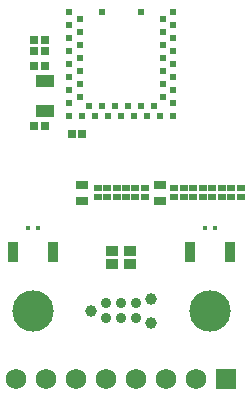
<source format=gts>
G04*
G04 #@! TF.GenerationSoftware,Altium Limited,Altium Designer,21.6.4 (81)*
G04*
G04 Layer_Color=8388736*
%FSLAX44Y44*%
%MOMM*%
G71*
G04*
G04 #@! TF.SameCoordinates,73C44879-B0ED-4A5D-A374-7D9F3B14191D*
G04*
G04*
G04 #@! TF.FilePolarity,Negative*
G04*
G01*
G75*
%ADD23R,1.1000X0.9000*%
%ADD24R,0.7200X0.7200*%
%ADD25R,0.6500X0.6200*%
%ADD26R,1.1200X0.7400*%
%ADD27R,1.6500X1.1000*%
%ADD28R,0.5900X0.5900*%
%ADD29R,0.9000X1.8000*%
%ADD30C,0.8900*%
%ADD31R,0.4600X0.4500*%
%ADD32C,3.5000*%
%ADD33C,1.7500*%
%ADD34R,1.7500X1.7500*%
%ADD35C,1.0000*%
D23*
X102500Y139500D02*
D03*
X117500D02*
D03*
Y150500D02*
D03*
X102500D02*
D03*
D24*
X68000Y249500D02*
D03*
X77000D02*
D03*
X36000Y319750D02*
D03*
X45000D02*
D03*
X36000Y329750D02*
D03*
X45000D02*
D03*
X36000Y256250D02*
D03*
X45000D02*
D03*
X36000Y307500D02*
D03*
X45000D02*
D03*
D25*
X98000Y196000D02*
D03*
Y204000D02*
D03*
X211000Y196000D02*
D03*
Y204000D02*
D03*
X203000Y196000D02*
D03*
Y204000D02*
D03*
X195000Y196000D02*
D03*
Y204000D02*
D03*
X122000D02*
D03*
Y196000D02*
D03*
X106000Y204000D02*
D03*
Y196000D02*
D03*
X90000Y204000D02*
D03*
Y196000D02*
D03*
X130000Y204000D02*
D03*
Y196000D02*
D03*
X114000Y204000D02*
D03*
Y196000D02*
D03*
X155000D02*
D03*
Y204000D02*
D03*
X163000Y196000D02*
D03*
Y204000D02*
D03*
X171000Y196000D02*
D03*
Y204000D02*
D03*
X179000Y196000D02*
D03*
Y204000D02*
D03*
X187000Y196000D02*
D03*
Y204000D02*
D03*
D26*
X77000Y193150D02*
D03*
Y206850D02*
D03*
X143000Y193150D02*
D03*
Y206850D02*
D03*
D27*
X45000Y269000D02*
D03*
Y295000D02*
D03*
D28*
X145000Y347250D02*
D03*
Y336250D02*
D03*
Y325250D02*
D03*
Y314250D02*
D03*
Y303250D02*
D03*
Y292250D02*
D03*
Y281250D02*
D03*
X154000Y352750D02*
D03*
Y341750D02*
D03*
Y330750D02*
D03*
Y319750D02*
D03*
Y308750D02*
D03*
Y297750D02*
D03*
Y286750D02*
D03*
Y275750D02*
D03*
X137500Y273750D02*
D03*
X126500D02*
D03*
X115500D02*
D03*
X104500D02*
D03*
X93500D02*
D03*
X82500D02*
D03*
X154000Y264750D02*
D03*
X143000D02*
D03*
X132000D02*
D03*
X121000D02*
D03*
X110000D02*
D03*
X99000D02*
D03*
X88000D02*
D03*
X77000D02*
D03*
X66000D02*
D03*
Y352750D02*
D03*
X75000Y347250D02*
D03*
X66000Y341750D02*
D03*
Y330750D02*
D03*
Y319750D02*
D03*
Y308750D02*
D03*
Y297750D02*
D03*
Y286750D02*
D03*
Y275750D02*
D03*
X75000Y336250D02*
D03*
Y325250D02*
D03*
Y314250D02*
D03*
Y303250D02*
D03*
Y292250D02*
D03*
Y281250D02*
D03*
X126500Y352750D02*
D03*
X93500D02*
D03*
D29*
X202000Y150000D02*
D03*
X168000D02*
D03*
X18000D02*
D03*
X52000D02*
D03*
D30*
X122700Y106450D02*
D03*
Y93750D02*
D03*
X110000Y106450D02*
D03*
Y93750D02*
D03*
X97300Y106450D02*
D03*
Y93750D02*
D03*
D31*
X180800Y170000D02*
D03*
X189200D02*
D03*
X39200Y170000D02*
D03*
X30800D02*
D03*
D32*
X185000Y100000D02*
D03*
X35000D02*
D03*
D33*
X71900Y42200D02*
D03*
X97300D02*
D03*
X122700D02*
D03*
X173500D02*
D03*
X148100D02*
D03*
X46500D02*
D03*
X21100D02*
D03*
D34*
X198900D02*
D03*
D35*
X135400Y89940D02*
D03*
Y110260D02*
D03*
X84600Y100100D02*
D03*
M02*

</source>
